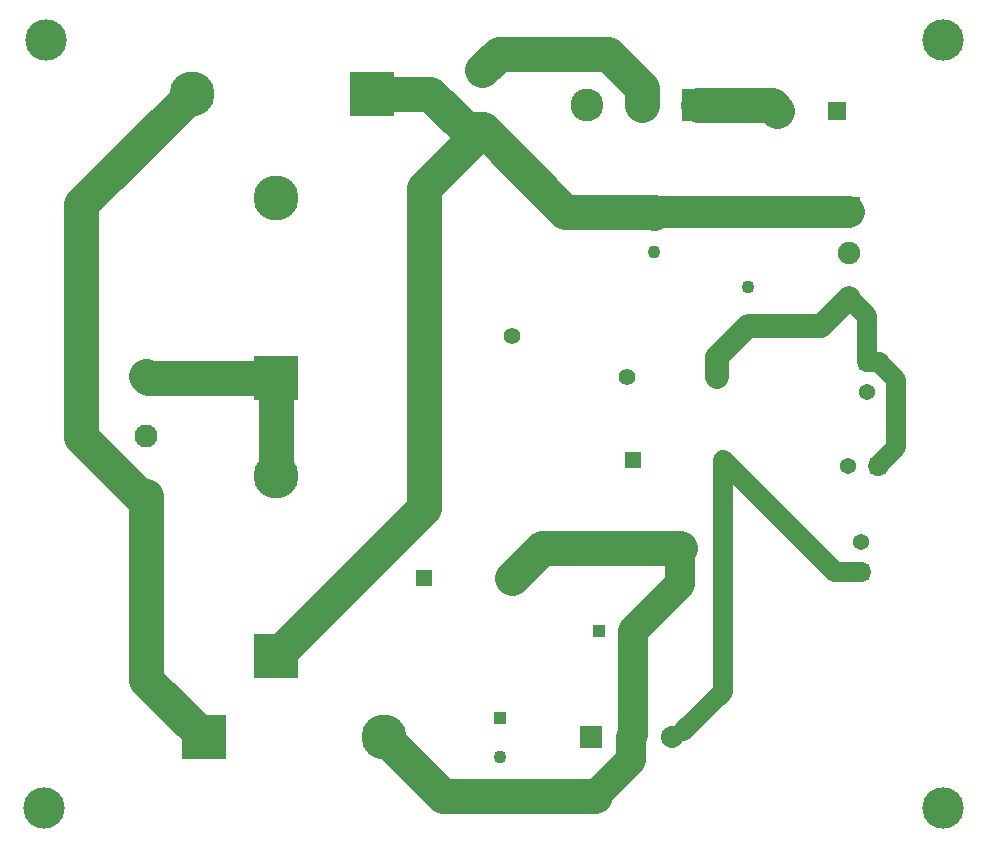
<source format=gtl>
G04*
G04 #@! TF.GenerationSoftware,Altium Limited,Altium Designer,23.7.1 (13)*
G04*
G04 Layer_Physical_Order=1*
G04 Layer_Color=255*
%FSLAX44Y44*%
%MOMM*%
G71*
G04*
G04 #@! TF.SameCoordinates,A9341A08-D9DD-44F6-B1FE-122BD565C652*
G04*
G04*
G04 #@! TF.FilePolarity,Positive*
G04*
G01*
G75*
%ADD38C,3.0000*%
%ADD39C,1.7000*%
%ADD40C,2.0000*%
%ADD41C,2.7000*%
%ADD42C,2.5000*%
%ADD43R,3.8100X3.8100*%
%ADD44C,3.8100*%
%ADD45C,1.9500*%
%ADD46R,1.9500X1.9500*%
%ADD47C,1.3500*%
%ADD48R,1.4000X1.4000*%
%ADD49C,1.4000*%
%ADD50R,3.8100X3.8100*%
%ADD51R,2.7750X2.7750*%
%ADD52C,2.7750*%
%ADD53C,1.6500*%
%ADD54R,1.6500X1.6500*%
%ADD55C,1.3700*%
%ADD56R,1.3700X1.3700*%
%ADD57R,1.3700X1.3700*%
%ADD58C,1.1000*%
%ADD59R,1.1000X1.1000*%
%ADD60R,1.1000X1.1000*%
%ADD61C,1.8600*%
%ADD62R,1.8600X1.8600*%
%ADD63C,1.9100*%
%ADD64R,1.9100X1.9100*%
%ADD65C,3.5000*%
D38*
X310000Y828785D02*
X359585Y779200D01*
X310000Y828785D02*
Y1026200D01*
X403800Y1120000D01*
X367000Y878800D02*
X475000D01*
X365000Y880800D02*
X367000Y878800D01*
X359585Y779200D02*
X365000D01*
Y623800D02*
Y779200D01*
Y623800D02*
X413800Y575000D01*
X832000Y1110000D02*
X894600D01*
X899600Y1105000D01*
X795000Y1019010D02*
X795380Y1019390D01*
X566780Y575000D02*
X616780Y525000D01*
X745375D01*
X794010Y1020000D02*
X795000Y1019010D01*
X719600Y1020000D02*
X794010D01*
X650000Y1089600D02*
X719600Y1020000D01*
X600000Y1039600D02*
X650000Y1089600D01*
X600000Y915000D02*
Y1039600D01*
X566200Y575000D02*
X566780D01*
X675000Y710000D02*
X700000Y735000D01*
X817426D01*
X475000Y643800D02*
X600000Y768800D01*
Y915000D01*
X556200Y1120000D02*
X605619D01*
X663475Y1153875D02*
X756174D01*
X649429Y1139829D02*
X663475Y1153875D01*
X636019Y1089600D02*
X650000D01*
X605619Y1120000D02*
X636019Y1089600D01*
X756174Y1153875D02*
X785000Y1125049D01*
Y1110000D02*
Y1125049D01*
X475000Y796200D02*
Y878800D01*
D39*
X820000Y580000D02*
X853100Y613100D01*
Y810000D01*
X985000Y805000D02*
X1000350Y820350D01*
Y877800D01*
X985500Y892650D02*
X1000350Y877800D01*
X975050Y892650D02*
X985500D01*
X975000Y892700D02*
X975050Y892650D01*
X960000Y947000D02*
X975000Y932000D01*
Y892700D02*
Y932000D01*
X948500Y714600D02*
X970000D01*
X853100Y810000D02*
X948500Y714600D01*
D40*
X848100Y880000D02*
Y896590D01*
X875000Y923490D01*
X936490D01*
X960000Y947000D01*
D41*
X795380Y1019390D02*
X960000D01*
D42*
X775710Y555335D02*
Y575000D01*
X745375Y525000D02*
X775710Y555335D01*
X777500Y665000D02*
X817426Y704926D01*
Y735000D01*
X777500Y576790D02*
Y665000D01*
D43*
X413800Y575000D02*
D03*
X556200Y1120000D02*
D03*
D44*
X566200Y575000D02*
D03*
X475000Y1031200D02*
D03*
Y796200D02*
D03*
X403800Y1120000D02*
D03*
D45*
X365000Y880800D02*
D03*
Y830000D02*
D03*
D46*
Y779200D02*
D03*
D47*
X650000Y1140400D02*
D03*
Y1089600D02*
D03*
D48*
X600000Y915000D02*
D03*
Y710000D02*
D03*
X848100Y880000D02*
D03*
X776900Y810000D02*
D03*
D49*
X675000Y915000D02*
D03*
Y710000D02*
D03*
X771900Y880000D02*
D03*
X853100Y810000D02*
D03*
D50*
X475000Y878800D02*
D03*
Y643800D02*
D03*
D51*
X832000Y1110000D02*
D03*
D52*
X785000D02*
D03*
X738000D02*
D03*
D53*
X899600Y1105000D02*
D03*
D54*
X950400D02*
D03*
D55*
X975000Y867300D02*
D03*
X970000Y740000D02*
D03*
X959600Y805000D02*
D03*
D56*
X975000Y892700D02*
D03*
X970000Y714600D02*
D03*
D57*
X985000Y805000D02*
D03*
D58*
X795000Y985990D02*
D03*
X781510Y665000D02*
D03*
X875000Y956510D02*
D03*
X665000Y558490D02*
D03*
D59*
X795000Y1019010D02*
D03*
X875000Y923490D02*
D03*
X665000Y591510D02*
D03*
D60*
X748490Y665000D02*
D03*
D61*
X810000Y575000D02*
D03*
X775710D02*
D03*
D62*
X741420D02*
D03*
D63*
X960000Y947000D02*
D03*
Y985000D02*
D03*
D64*
Y1023200D02*
D03*
D65*
X280000Y1165000D02*
D03*
X278730Y515000D02*
D03*
X1040000D02*
D03*
Y1165000D02*
D03*
M02*

</source>
